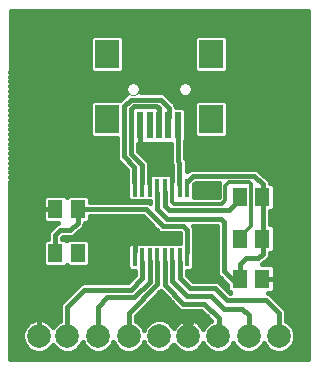
<source format=gtl>
G75*
%MOIN*%
%OFA0B0*%
%FSLAX25Y25*%
%IPPOS*%
%LPD*%
%AMOC8*
5,1,8,0,0,1.08239X$1,22.5*
%
%ADD10C,0.00400*%
%ADD11C,0.07874*%
%ADD12R,0.01713X0.05906*%
%ADD13R,0.05118X0.06299*%
%ADD14R,0.07874X0.09449*%
%ADD15R,0.01969X0.09087*%
%ADD16C,0.00000*%
%ADD17C,0.03569*%
%ADD18C,0.01600*%
%ADD19C,0.02978*%
%ADD20C,0.01200*%
D10*
X0009764Y0006829D02*
X0094741Y0006829D01*
X0098074Y0010164D01*
X0098074Y0070790D01*
X0092751Y0076113D01*
X0080307Y0076113D01*
X0077586Y0078834D01*
X0077586Y0109504D01*
X0069708Y0117382D01*
X0034797Y0117382D01*
X0026920Y0109502D01*
X0026920Y0078832D01*
X0024198Y0076111D01*
X0011754Y0076111D01*
X0006431Y0070788D01*
X0006431Y0010162D01*
X0009764Y0006829D01*
D11*
X0012224Y0013000D03*
X0021673Y0013000D03*
X0031909Y0013000D03*
X0042145Y0013000D03*
X0052381Y0013000D03*
X0062030Y0013000D03*
X0072066Y0013000D03*
X0082103Y0013000D03*
X0092206Y0013000D03*
D12*
X0061592Y0039366D03*
X0059096Y0039366D03*
X0056592Y0039366D03*
X0054096Y0039366D03*
X0051592Y0039366D03*
X0049096Y0039366D03*
X0046592Y0039366D03*
X0044096Y0039366D03*
X0044096Y0062472D03*
X0046592Y0062472D03*
X0049096Y0062472D03*
X0051592Y0062472D03*
X0054096Y0062472D03*
X0056592Y0062472D03*
X0059096Y0062472D03*
X0061592Y0062472D03*
D13*
X0079243Y0059356D03*
X0086723Y0059356D03*
X0086723Y0045435D03*
X0079243Y0045435D03*
X0079243Y0032099D03*
X0086723Y0032099D03*
X0025167Y0040745D03*
X0017687Y0040745D03*
X0017687Y0055275D03*
X0025167Y0055275D03*
D14*
X0034930Y0085476D03*
X0034930Y0107129D03*
X0069575Y0107129D03*
X0069575Y0085476D03*
D15*
X0058552Y0083255D03*
X0055402Y0083255D03*
X0052253Y0083255D03*
X0049103Y0083255D03*
X0045953Y0083255D03*
D16*
X0041622Y0095318D02*
X0041624Y0095406D01*
X0041630Y0095494D01*
X0041640Y0095582D01*
X0041654Y0095670D01*
X0041671Y0095756D01*
X0041693Y0095842D01*
X0041718Y0095926D01*
X0041748Y0096010D01*
X0041780Y0096092D01*
X0041817Y0096172D01*
X0041857Y0096251D01*
X0041901Y0096328D01*
X0041948Y0096403D01*
X0041998Y0096475D01*
X0042052Y0096546D01*
X0042108Y0096613D01*
X0042168Y0096679D01*
X0042230Y0096741D01*
X0042296Y0096801D01*
X0042363Y0096857D01*
X0042434Y0096911D01*
X0042506Y0096961D01*
X0042581Y0097008D01*
X0042658Y0097052D01*
X0042737Y0097092D01*
X0042817Y0097129D01*
X0042899Y0097161D01*
X0042983Y0097191D01*
X0043067Y0097216D01*
X0043153Y0097238D01*
X0043239Y0097255D01*
X0043327Y0097269D01*
X0043415Y0097279D01*
X0043503Y0097285D01*
X0043591Y0097287D01*
X0043679Y0097285D01*
X0043767Y0097279D01*
X0043855Y0097269D01*
X0043943Y0097255D01*
X0044029Y0097238D01*
X0044115Y0097216D01*
X0044199Y0097191D01*
X0044283Y0097161D01*
X0044365Y0097129D01*
X0044445Y0097092D01*
X0044524Y0097052D01*
X0044601Y0097008D01*
X0044676Y0096961D01*
X0044748Y0096911D01*
X0044819Y0096857D01*
X0044886Y0096801D01*
X0044952Y0096741D01*
X0045014Y0096679D01*
X0045074Y0096613D01*
X0045130Y0096546D01*
X0045184Y0096475D01*
X0045234Y0096403D01*
X0045281Y0096328D01*
X0045325Y0096251D01*
X0045365Y0096172D01*
X0045402Y0096092D01*
X0045434Y0096010D01*
X0045464Y0095926D01*
X0045489Y0095842D01*
X0045511Y0095756D01*
X0045528Y0095670D01*
X0045542Y0095582D01*
X0045552Y0095494D01*
X0045558Y0095406D01*
X0045560Y0095318D01*
X0045558Y0095230D01*
X0045552Y0095142D01*
X0045542Y0095054D01*
X0045528Y0094966D01*
X0045511Y0094880D01*
X0045489Y0094794D01*
X0045464Y0094710D01*
X0045434Y0094626D01*
X0045402Y0094544D01*
X0045365Y0094464D01*
X0045325Y0094385D01*
X0045281Y0094308D01*
X0045234Y0094233D01*
X0045184Y0094161D01*
X0045130Y0094090D01*
X0045074Y0094023D01*
X0045014Y0093957D01*
X0044952Y0093895D01*
X0044886Y0093835D01*
X0044819Y0093779D01*
X0044748Y0093725D01*
X0044676Y0093675D01*
X0044601Y0093628D01*
X0044524Y0093584D01*
X0044445Y0093544D01*
X0044365Y0093507D01*
X0044283Y0093475D01*
X0044199Y0093445D01*
X0044115Y0093420D01*
X0044029Y0093398D01*
X0043943Y0093381D01*
X0043855Y0093367D01*
X0043767Y0093357D01*
X0043679Y0093351D01*
X0043591Y0093349D01*
X0043503Y0093351D01*
X0043415Y0093357D01*
X0043327Y0093367D01*
X0043239Y0093381D01*
X0043153Y0093398D01*
X0043067Y0093420D01*
X0042983Y0093445D01*
X0042899Y0093475D01*
X0042817Y0093507D01*
X0042737Y0093544D01*
X0042658Y0093584D01*
X0042581Y0093628D01*
X0042506Y0093675D01*
X0042434Y0093725D01*
X0042363Y0093779D01*
X0042296Y0093835D01*
X0042230Y0093895D01*
X0042168Y0093957D01*
X0042108Y0094023D01*
X0042052Y0094090D01*
X0041998Y0094161D01*
X0041948Y0094233D01*
X0041901Y0094308D01*
X0041857Y0094385D01*
X0041817Y0094464D01*
X0041780Y0094544D01*
X0041748Y0094626D01*
X0041718Y0094710D01*
X0041693Y0094794D01*
X0041671Y0094880D01*
X0041654Y0094966D01*
X0041640Y0095054D01*
X0041630Y0095142D01*
X0041624Y0095230D01*
X0041622Y0095318D01*
X0058945Y0095318D02*
X0058947Y0095406D01*
X0058953Y0095494D01*
X0058963Y0095582D01*
X0058977Y0095670D01*
X0058994Y0095756D01*
X0059016Y0095842D01*
X0059041Y0095926D01*
X0059071Y0096010D01*
X0059103Y0096092D01*
X0059140Y0096172D01*
X0059180Y0096251D01*
X0059224Y0096328D01*
X0059271Y0096403D01*
X0059321Y0096475D01*
X0059375Y0096546D01*
X0059431Y0096613D01*
X0059491Y0096679D01*
X0059553Y0096741D01*
X0059619Y0096801D01*
X0059686Y0096857D01*
X0059757Y0096911D01*
X0059829Y0096961D01*
X0059904Y0097008D01*
X0059981Y0097052D01*
X0060060Y0097092D01*
X0060140Y0097129D01*
X0060222Y0097161D01*
X0060306Y0097191D01*
X0060390Y0097216D01*
X0060476Y0097238D01*
X0060562Y0097255D01*
X0060650Y0097269D01*
X0060738Y0097279D01*
X0060826Y0097285D01*
X0060914Y0097287D01*
X0061002Y0097285D01*
X0061090Y0097279D01*
X0061178Y0097269D01*
X0061266Y0097255D01*
X0061352Y0097238D01*
X0061438Y0097216D01*
X0061522Y0097191D01*
X0061606Y0097161D01*
X0061688Y0097129D01*
X0061768Y0097092D01*
X0061847Y0097052D01*
X0061924Y0097008D01*
X0061999Y0096961D01*
X0062071Y0096911D01*
X0062142Y0096857D01*
X0062209Y0096801D01*
X0062275Y0096741D01*
X0062337Y0096679D01*
X0062397Y0096613D01*
X0062453Y0096546D01*
X0062507Y0096475D01*
X0062557Y0096403D01*
X0062604Y0096328D01*
X0062648Y0096251D01*
X0062688Y0096172D01*
X0062725Y0096092D01*
X0062757Y0096010D01*
X0062787Y0095926D01*
X0062812Y0095842D01*
X0062834Y0095756D01*
X0062851Y0095670D01*
X0062865Y0095582D01*
X0062875Y0095494D01*
X0062881Y0095406D01*
X0062883Y0095318D01*
X0062881Y0095230D01*
X0062875Y0095142D01*
X0062865Y0095054D01*
X0062851Y0094966D01*
X0062834Y0094880D01*
X0062812Y0094794D01*
X0062787Y0094710D01*
X0062757Y0094626D01*
X0062725Y0094544D01*
X0062688Y0094464D01*
X0062648Y0094385D01*
X0062604Y0094308D01*
X0062557Y0094233D01*
X0062507Y0094161D01*
X0062453Y0094090D01*
X0062397Y0094023D01*
X0062337Y0093957D01*
X0062275Y0093895D01*
X0062209Y0093835D01*
X0062142Y0093779D01*
X0062071Y0093725D01*
X0061999Y0093675D01*
X0061924Y0093628D01*
X0061847Y0093584D01*
X0061768Y0093544D01*
X0061688Y0093507D01*
X0061606Y0093475D01*
X0061522Y0093445D01*
X0061438Y0093420D01*
X0061352Y0093398D01*
X0061266Y0093381D01*
X0061178Y0093367D01*
X0061090Y0093357D01*
X0061002Y0093351D01*
X0060914Y0093349D01*
X0060826Y0093351D01*
X0060738Y0093357D01*
X0060650Y0093367D01*
X0060562Y0093381D01*
X0060476Y0093398D01*
X0060390Y0093420D01*
X0060306Y0093445D01*
X0060222Y0093475D01*
X0060140Y0093507D01*
X0060060Y0093544D01*
X0059981Y0093584D01*
X0059904Y0093628D01*
X0059829Y0093675D01*
X0059757Y0093725D01*
X0059686Y0093779D01*
X0059619Y0093835D01*
X0059553Y0093895D01*
X0059491Y0093957D01*
X0059431Y0094023D01*
X0059375Y0094090D01*
X0059321Y0094161D01*
X0059271Y0094233D01*
X0059224Y0094308D01*
X0059180Y0094385D01*
X0059140Y0094464D01*
X0059103Y0094544D01*
X0059071Y0094626D01*
X0059041Y0094710D01*
X0059016Y0094794D01*
X0058994Y0094880D01*
X0058977Y0094966D01*
X0058963Y0095054D01*
X0058953Y0095142D01*
X0058947Y0095230D01*
X0058945Y0095318D01*
D17*
X0061792Y0012826D03*
D18*
X0002587Y0005421D02*
X0002795Y0121391D01*
X0102007Y0121391D01*
X0101800Y0016444D01*
X0101800Y0005421D01*
X0002587Y0005421D01*
X0002590Y0006781D02*
X0101800Y0006781D01*
X0101800Y0008379D02*
X0095416Y0008379D01*
X0095342Y0008306D02*
X0096900Y0009864D01*
X0097743Y0011899D01*
X0097743Y0014101D01*
X0096900Y0016136D01*
X0095342Y0017694D01*
X0094687Y0017965D01*
X0094687Y0021049D01*
X0094322Y0021931D01*
X0093647Y0022606D01*
X0089211Y0027042D01*
X0088468Y0027350D01*
X0089945Y0027350D01*
X0090882Y0028287D01*
X0090882Y0035912D01*
X0089945Y0036849D01*
X0086612Y0036849D01*
X0088142Y0038379D01*
X0088817Y0039054D01*
X0089182Y0039936D01*
X0089182Y0040685D01*
X0089945Y0040685D01*
X0090882Y0041622D01*
X0090882Y0049247D01*
X0089945Y0050184D01*
X0089265Y0050184D01*
X0089265Y0054606D01*
X0089945Y0054606D01*
X0090882Y0055544D01*
X0090882Y0063168D01*
X0089945Y0064105D01*
X0089261Y0064105D01*
X0088900Y0064977D01*
X0086084Y0067793D01*
X0085409Y0068468D01*
X0084527Y0068833D01*
X0062978Y0068833D01*
X0062096Y0068468D01*
X0061479Y0067852D01*
X0061479Y0071186D01*
X0061114Y0072068D01*
X0060969Y0072213D01*
X0060969Y0077882D01*
X0061136Y0078049D01*
X0061136Y0088462D01*
X0060199Y0089399D01*
X0057860Y0089399D01*
X0057863Y0089600D01*
X0057855Y0089621D01*
X0057855Y0089644D01*
X0057681Y0090065D01*
X0057514Y0090489D01*
X0057498Y0090505D01*
X0057490Y0090526D01*
X0057167Y0090848D01*
X0054940Y0093158D01*
X0054931Y0093179D01*
X0054609Y0093502D01*
X0054293Y0093829D01*
X0054272Y0093839D01*
X0054256Y0093855D01*
X0053835Y0094029D01*
X0053418Y0094211D01*
X0053395Y0094211D01*
X0053374Y0094220D01*
X0052918Y0094220D01*
X0052463Y0094228D01*
X0052442Y0094220D01*
X0046133Y0094220D01*
X0046360Y0094768D01*
X0046360Y0095869D01*
X0045938Y0096887D01*
X0045159Y0097665D01*
X0044142Y0098087D01*
X0043040Y0098087D01*
X0042023Y0097665D01*
X0041244Y0096887D01*
X0040823Y0095869D01*
X0040823Y0094768D01*
X0041244Y0093750D01*
X0041281Y0093713D01*
X0039368Y0091800D01*
X0030330Y0091800D01*
X0029393Y0090863D01*
X0029393Y0080089D01*
X0030330Y0079152D01*
X0038124Y0079152D01*
X0038124Y0072372D01*
X0038489Y0071490D01*
X0041688Y0068291D01*
X0041688Y0066137D01*
X0041640Y0066088D01*
X0041640Y0058857D01*
X0042577Y0057919D01*
X0049183Y0057919D01*
X0049183Y0057410D01*
X0048413Y0057729D01*
X0029326Y0057729D01*
X0029326Y0059087D01*
X0028389Y0060025D01*
X0021946Y0060025D01*
X0021427Y0059506D01*
X0020909Y0060025D01*
X0014465Y0060025D01*
X0013528Y0059087D01*
X0013528Y0051463D01*
X0014465Y0050525D01*
X0018544Y0050525D01*
X0017956Y0050282D01*
X0016272Y0048598D01*
X0015597Y0047923D01*
X0015232Y0047041D01*
X0015232Y0045495D01*
X0014465Y0045495D01*
X0013528Y0044558D01*
X0013528Y0036933D01*
X0014465Y0035996D01*
X0020909Y0035996D01*
X0021427Y0036514D01*
X0021946Y0035996D01*
X0028389Y0035996D01*
X0029326Y0036933D01*
X0029326Y0044558D01*
X0028389Y0045495D01*
X0021946Y0045495D01*
X0021427Y0044977D01*
X0020909Y0045495D01*
X0020032Y0045495D01*
X0020032Y0045570D01*
X0020309Y0045847D01*
X0023126Y0045847D01*
X0024008Y0046212D01*
X0024683Y0046887D01*
X0027158Y0049362D01*
X0027523Y0050245D01*
X0027523Y0050525D01*
X0028389Y0050525D01*
X0029326Y0051463D01*
X0029326Y0052929D01*
X0046941Y0052929D01*
X0052069Y0047802D01*
X0052951Y0047436D01*
X0059144Y0047436D01*
X0059259Y0047321D01*
X0059259Y0043919D01*
X0042577Y0043919D01*
X0041640Y0042982D01*
X0041640Y0035751D01*
X0042577Y0034814D01*
X0044229Y0034814D01*
X0044229Y0033229D01*
X0041864Y0030864D01*
X0026917Y0030864D01*
X0026034Y0030498D01*
X0019643Y0024107D01*
X0019278Y0023225D01*
X0019278Y0018001D01*
X0018536Y0017694D01*
X0016979Y0016136D01*
X0016948Y0016063D01*
X0016918Y0016136D01*
X0015360Y0017694D01*
X0013325Y0018537D01*
X0011123Y0018537D01*
X0009087Y0017694D01*
X0007530Y0016136D01*
X0006687Y0014101D01*
X0006687Y0011899D01*
X0007530Y0009864D01*
X0009087Y0008306D01*
X0011123Y0007463D01*
X0013325Y0007463D01*
X0015360Y0008306D01*
X0016918Y0009864D01*
X0016948Y0009937D01*
X0016979Y0009864D01*
X0018536Y0008306D01*
X0020571Y0007463D01*
X0022774Y0007463D01*
X0024809Y0008306D01*
X0026367Y0009864D01*
X0026791Y0010887D01*
X0027215Y0009864D01*
X0028772Y0008306D01*
X0030808Y0007463D01*
X0033010Y0007463D01*
X0035045Y0008306D01*
X0036603Y0009864D01*
X0037027Y0010887D01*
X0037451Y0009864D01*
X0039009Y0008306D01*
X0041044Y0007463D01*
X0043247Y0007463D01*
X0045282Y0008306D01*
X0046839Y0009864D01*
X0047263Y0010887D01*
X0047687Y0009864D01*
X0049245Y0008306D01*
X0051280Y0007463D01*
X0053483Y0007463D01*
X0055518Y0008306D01*
X0057075Y0009864D01*
X0057206Y0010178D01*
X0057336Y0009864D01*
X0058894Y0008306D01*
X0060929Y0007463D01*
X0063131Y0007463D01*
X0065167Y0008306D01*
X0066724Y0009864D01*
X0067048Y0010646D01*
X0067372Y0009864D01*
X0068930Y0008306D01*
X0070965Y0007463D01*
X0073168Y0007463D01*
X0075203Y0008306D01*
X0076760Y0009864D01*
X0077085Y0010646D01*
X0077409Y0009864D01*
X0078966Y0008306D01*
X0081001Y0007463D01*
X0083204Y0007463D01*
X0085239Y0008306D01*
X0086797Y0009864D01*
X0087154Y0010727D01*
X0087512Y0009864D01*
X0089069Y0008306D01*
X0091105Y0007463D01*
X0093307Y0007463D01*
X0095342Y0008306D01*
X0096947Y0009978D02*
X0101800Y0009978D01*
X0101800Y0011576D02*
X0097609Y0011576D01*
X0097743Y0013175D02*
X0101800Y0013175D01*
X0101800Y0014773D02*
X0097465Y0014773D01*
X0096665Y0016372D02*
X0101800Y0016372D01*
X0101803Y0017970D02*
X0094687Y0017970D01*
X0094687Y0019569D02*
X0101806Y0019569D01*
X0101809Y0021167D02*
X0094638Y0021167D01*
X0093487Y0022766D02*
X0101812Y0022766D01*
X0101816Y0024364D02*
X0091888Y0024364D01*
X0090290Y0025963D02*
X0101819Y0025963D01*
X0101822Y0027561D02*
X0090157Y0027561D01*
X0090882Y0029160D02*
X0101825Y0029160D01*
X0101828Y0030758D02*
X0090882Y0030758D01*
X0090980Y0032116D02*
X0086649Y0032116D01*
X0090882Y0032357D02*
X0101831Y0032357D01*
X0101835Y0033956D02*
X0090882Y0033956D01*
X0090882Y0035554D02*
X0101838Y0035554D01*
X0101841Y0037153D02*
X0086916Y0037153D01*
X0088514Y0038751D02*
X0101844Y0038751D01*
X0101847Y0040350D02*
X0089182Y0040350D01*
X0090882Y0041948D02*
X0101850Y0041948D01*
X0101854Y0043547D02*
X0090882Y0043547D01*
X0090882Y0045145D02*
X0101857Y0045145D01*
X0101860Y0046744D02*
X0090882Y0046744D01*
X0090882Y0048342D02*
X0101863Y0048342D01*
X0101866Y0049941D02*
X0090189Y0049941D01*
X0089265Y0051539D02*
X0101869Y0051539D01*
X0101872Y0053138D02*
X0089265Y0053138D01*
X0090075Y0054736D02*
X0101876Y0054736D01*
X0101879Y0056335D02*
X0090882Y0056335D01*
X0090882Y0057933D02*
X0101882Y0057933D01*
X0101885Y0059532D02*
X0090882Y0059532D01*
X0090882Y0061130D02*
X0101888Y0061130D01*
X0101891Y0062729D02*
X0090882Y0062729D01*
X0089169Y0064327D02*
X0101895Y0064327D01*
X0101898Y0065926D02*
X0087951Y0065926D01*
X0086353Y0067524D02*
X0101901Y0067524D01*
X0101904Y0069123D02*
X0061479Y0069123D01*
X0061479Y0070721D02*
X0101907Y0070721D01*
X0101910Y0072320D02*
X0060969Y0072320D01*
X0060969Y0073918D02*
X0101913Y0073918D01*
X0101917Y0075517D02*
X0060969Y0075517D01*
X0060969Y0077115D02*
X0101920Y0077115D01*
X0101923Y0078714D02*
X0061136Y0078714D01*
X0061136Y0080312D02*
X0064038Y0080312D01*
X0064038Y0080089D02*
X0064976Y0079152D01*
X0074175Y0079152D01*
X0075112Y0080089D01*
X0075112Y0090863D01*
X0074175Y0091800D01*
X0064976Y0091800D01*
X0064038Y0090863D01*
X0064038Y0080089D01*
X0064038Y0081911D02*
X0061136Y0081911D01*
X0061136Y0083509D02*
X0064038Y0083509D01*
X0064038Y0085108D02*
X0061136Y0085108D01*
X0061136Y0086706D02*
X0064038Y0086706D01*
X0064038Y0088305D02*
X0061136Y0088305D01*
X0064038Y0089903D02*
X0057747Y0089903D01*
X0056537Y0091502D02*
X0064677Y0091502D01*
X0062482Y0092971D02*
X0063261Y0093750D01*
X0063683Y0094768D01*
X0063683Y0095869D01*
X0063261Y0096887D01*
X0062482Y0097665D01*
X0061465Y0098087D01*
X0060363Y0098087D01*
X0059346Y0097665D01*
X0058567Y0096887D01*
X0058146Y0095869D01*
X0058146Y0094768D01*
X0058567Y0093750D01*
X0059346Y0092971D01*
X0060363Y0092550D01*
X0061465Y0092550D01*
X0062482Y0092971D01*
X0062611Y0093100D02*
X0101951Y0093100D01*
X0101954Y0094699D02*
X0063654Y0094699D01*
X0063505Y0096297D02*
X0101958Y0096297D01*
X0101961Y0097896D02*
X0061926Y0097896D01*
X0059902Y0097896D02*
X0044603Y0097896D01*
X0046182Y0096297D02*
X0058323Y0096297D01*
X0058174Y0094699D02*
X0046331Y0094699D01*
X0042781Y0091820D02*
X0040524Y0089563D01*
X0040524Y0072849D01*
X0044088Y0069285D01*
X0044088Y0064334D01*
X0041640Y0064327D02*
X0002693Y0064327D01*
X0002690Y0062729D02*
X0041640Y0062729D01*
X0041640Y0061130D02*
X0002687Y0061130D01*
X0002684Y0059532D02*
X0013972Y0059532D01*
X0013528Y0057933D02*
X0002681Y0057933D01*
X0002678Y0056335D02*
X0013528Y0056335D01*
X0012967Y0055262D02*
X0017413Y0055262D01*
X0013528Y0054736D02*
X0002675Y0054736D01*
X0002673Y0053138D02*
X0013528Y0053138D01*
X0013528Y0051539D02*
X0002670Y0051539D01*
X0002667Y0049941D02*
X0017615Y0049941D01*
X0016016Y0048342D02*
X0002664Y0048342D01*
X0002661Y0046744D02*
X0015232Y0046744D01*
X0014115Y0045145D02*
X0002658Y0045145D01*
X0002655Y0043547D02*
X0013528Y0043547D01*
X0013528Y0041948D02*
X0002653Y0041948D01*
X0002650Y0040350D02*
X0013528Y0040350D01*
X0013528Y0038751D02*
X0002647Y0038751D01*
X0002644Y0037153D02*
X0013528Y0037153D01*
X0017632Y0042043D02*
X0017632Y0046564D01*
X0019315Y0048247D01*
X0022648Y0048247D01*
X0025123Y0050722D01*
X0025123Y0055012D01*
X0025227Y0055329D02*
X0047935Y0055329D01*
X0053428Y0049836D01*
X0060138Y0049836D01*
X0061659Y0048315D01*
X0061659Y0040996D01*
X0064048Y0040492D02*
X0064059Y0040518D01*
X0064059Y0048792D01*
X0063694Y0049674D01*
X0063590Y0049778D01*
X0071635Y0049778D01*
X0071635Y0034061D01*
X0072001Y0033179D01*
X0075084Y0030096D01*
X0075084Y0028287D01*
X0075964Y0027407D01*
X0075895Y0027407D01*
X0072419Y0030883D01*
X0071537Y0031249D01*
X0063657Y0031249D01*
X0061538Y0033368D01*
X0061538Y0034814D01*
X0063111Y0034814D01*
X0064048Y0035751D01*
X0064048Y0040492D01*
X0064048Y0040350D02*
X0071635Y0040350D01*
X0071635Y0041948D02*
X0064059Y0041948D01*
X0064059Y0043547D02*
X0071635Y0043547D01*
X0071635Y0045145D02*
X0064059Y0045145D01*
X0064059Y0046744D02*
X0071635Y0046744D01*
X0071635Y0048342D02*
X0064059Y0048342D01*
X0059259Y0046744D02*
X0024539Y0046744D01*
X0026138Y0048342D02*
X0051528Y0048342D01*
X0049930Y0049941D02*
X0027398Y0049941D01*
X0029326Y0051539D02*
X0048331Y0051539D01*
X0051583Y0055506D02*
X0054910Y0052178D01*
X0072775Y0052178D01*
X0074035Y0050918D01*
X0074035Y0034538D01*
X0077350Y0031224D01*
X0079376Y0032770D02*
X0079376Y0036928D01*
X0081317Y0038869D01*
X0085238Y0038869D01*
X0086782Y0040413D01*
X0086782Y0043265D01*
X0086865Y0043378D02*
X0086865Y0063618D01*
X0084050Y0066433D01*
X0063455Y0066433D01*
X0061792Y0064770D01*
X0059079Y0063595D02*
X0059079Y0070708D01*
X0058569Y0071219D01*
X0058569Y0080301D01*
X0056169Y0077112D02*
X0056169Y0070741D01*
X0056534Y0069859D01*
X0056679Y0069714D01*
X0056679Y0067025D01*
X0048944Y0067025D01*
X0048944Y0070020D01*
X0048951Y0070479D01*
X0048944Y0070496D01*
X0048944Y0070515D01*
X0048768Y0070940D01*
X0048598Y0071367D01*
X0048586Y0071380D01*
X0048579Y0071397D01*
X0048253Y0071722D01*
X0045264Y0074801D01*
X0045264Y0077112D01*
X0056169Y0077112D01*
X0056169Y0075517D02*
X0045264Y0075517D01*
X0045948Y0074250D02*
X0049083Y0071115D01*
X0049083Y0063954D01*
X0046544Y0063978D02*
X0046544Y0070037D01*
X0042864Y0073827D01*
X0042864Y0088679D01*
X0044009Y0089577D01*
X0051415Y0089577D01*
X0052326Y0088968D01*
X0052326Y0086751D01*
X0055455Y0086157D02*
X0055455Y0089166D01*
X0052897Y0091820D01*
X0042781Y0091820D01*
X0040668Y0093100D02*
X0002744Y0093100D01*
X0002747Y0094699D02*
X0040851Y0094699D01*
X0041000Y0096297D02*
X0002750Y0096297D01*
X0002753Y0097896D02*
X0042579Y0097896D01*
X0039530Y0100805D02*
X0040467Y0101742D01*
X0040467Y0112517D01*
X0039530Y0113454D01*
X0030330Y0113454D01*
X0029393Y0112517D01*
X0029393Y0101742D01*
X0030330Y0100805D01*
X0039530Y0100805D01*
X0039817Y0101093D02*
X0064688Y0101093D01*
X0064976Y0100805D02*
X0074175Y0100805D01*
X0075112Y0101742D01*
X0075112Y0112517D01*
X0074175Y0113454D01*
X0064976Y0113454D01*
X0064038Y0112517D01*
X0064038Y0101742D01*
X0064976Y0100805D01*
X0064038Y0102691D02*
X0040467Y0102691D01*
X0040467Y0104290D02*
X0064038Y0104290D01*
X0064038Y0105889D02*
X0040467Y0105889D01*
X0040467Y0107487D02*
X0064038Y0107487D01*
X0064038Y0109086D02*
X0040467Y0109086D01*
X0040467Y0110684D02*
X0064038Y0110684D01*
X0064038Y0112283D02*
X0040467Y0112283D01*
X0029393Y0112283D02*
X0002778Y0112283D01*
X0002781Y0113881D02*
X0101992Y0113881D01*
X0101989Y0112283D02*
X0075112Y0112283D01*
X0075112Y0110684D02*
X0101986Y0110684D01*
X0101983Y0109086D02*
X0075112Y0109086D01*
X0075112Y0107487D02*
X0101980Y0107487D01*
X0101977Y0105889D02*
X0075112Y0105889D01*
X0075112Y0104290D02*
X0101973Y0104290D01*
X0101970Y0102691D02*
X0075112Y0102691D01*
X0074463Y0101093D02*
X0101967Y0101093D01*
X0101964Y0099494D02*
X0002755Y0099494D01*
X0002758Y0101093D02*
X0030042Y0101093D01*
X0029393Y0102691D02*
X0002761Y0102691D01*
X0002764Y0104290D02*
X0029393Y0104290D01*
X0029393Y0105889D02*
X0002767Y0105889D01*
X0002770Y0107487D02*
X0029393Y0107487D01*
X0029393Y0109086D02*
X0002773Y0109086D01*
X0002775Y0110684D02*
X0029393Y0110684D01*
X0030032Y0091502D02*
X0002741Y0091502D01*
X0002738Y0089903D02*
X0029393Y0089903D01*
X0029393Y0088305D02*
X0002735Y0088305D01*
X0002733Y0086706D02*
X0029393Y0086706D01*
X0029393Y0085108D02*
X0002730Y0085108D01*
X0002727Y0083509D02*
X0029393Y0083509D01*
X0029393Y0081911D02*
X0002724Y0081911D01*
X0002721Y0080312D02*
X0029393Y0080312D01*
X0038124Y0078714D02*
X0002718Y0078714D01*
X0002715Y0077115D02*
X0038124Y0077115D01*
X0038124Y0075517D02*
X0002713Y0075517D01*
X0002710Y0073918D02*
X0038124Y0073918D01*
X0038146Y0072320D02*
X0002707Y0072320D01*
X0002704Y0070721D02*
X0039258Y0070721D01*
X0040857Y0069123D02*
X0002701Y0069123D01*
X0002698Y0067524D02*
X0041688Y0067524D01*
X0041640Y0065926D02*
X0002695Y0065926D01*
X0021402Y0059532D02*
X0021453Y0059532D01*
X0028882Y0059532D02*
X0041640Y0059532D01*
X0042563Y0057933D02*
X0029326Y0057933D01*
X0028739Y0045145D02*
X0059259Y0045145D01*
X0064048Y0038751D02*
X0071635Y0038751D01*
X0071635Y0037153D02*
X0064048Y0037153D01*
X0063851Y0035554D02*
X0071635Y0035554D01*
X0071679Y0033956D02*
X0061538Y0033956D01*
X0062549Y0032357D02*
X0072823Y0032357D01*
X0072544Y0030758D02*
X0074421Y0030758D01*
X0074142Y0029160D02*
X0075084Y0029160D01*
X0075741Y0027561D02*
X0075809Y0027561D01*
X0074901Y0025007D02*
X0087852Y0025007D01*
X0092287Y0020571D01*
X0092287Y0013324D01*
X0087465Y0009978D02*
X0086844Y0009978D01*
X0085313Y0008379D02*
X0088996Y0008379D01*
X0082188Y0013086D02*
X0082188Y0019898D01*
X0080050Y0022037D01*
X0073792Y0022037D01*
X0069435Y0026393D01*
X0061475Y0026393D01*
X0056643Y0031225D01*
X0056643Y0037918D01*
X0059138Y0037839D02*
X0059138Y0032373D01*
X0062663Y0028849D01*
X0071059Y0028849D01*
X0074901Y0025007D01*
X0072097Y0019016D02*
X0072097Y0013001D01*
X0067048Y0015354D02*
X0066724Y0016136D01*
X0065167Y0017694D01*
X0063131Y0018537D01*
X0060929Y0018537D01*
X0058894Y0017694D01*
X0057336Y0016136D01*
X0057206Y0015822D01*
X0057075Y0016136D01*
X0055518Y0017694D01*
X0053483Y0018537D01*
X0051280Y0018537D01*
X0049245Y0017694D01*
X0047687Y0016136D01*
X0047263Y0015113D01*
X0046839Y0016136D01*
X0045282Y0017694D01*
X0044615Y0017970D01*
X0044615Y0019662D01*
X0052807Y0027999D01*
X0058386Y0022420D01*
X0059061Y0021745D01*
X0059944Y0021379D01*
X0066340Y0021379D01*
X0069697Y0018022D01*
X0069697Y0018012D01*
X0068930Y0017694D01*
X0067372Y0016136D01*
X0067048Y0015354D01*
X0066489Y0016372D02*
X0067608Y0016372D01*
X0069597Y0017970D02*
X0064499Y0017970D01*
X0062966Y0017697D02*
X0061887Y0014159D01*
X0061844Y0014375D02*
X0060593Y0017826D01*
X0059561Y0017970D02*
X0054851Y0017970D01*
X0056840Y0016372D02*
X0057572Y0016372D01*
X0061972Y0014892D02*
X0061992Y0017938D01*
X0066552Y0021167D02*
X0046094Y0021167D01*
X0047665Y0022766D02*
X0058040Y0022766D01*
X0056442Y0024364D02*
X0049236Y0024364D01*
X0050807Y0025963D02*
X0054843Y0025963D01*
X0053245Y0027561D02*
X0052377Y0027561D01*
X0051621Y0030215D02*
X0042215Y0020644D01*
X0042215Y0013190D01*
X0046604Y0016372D02*
X0047923Y0016372D01*
X0049912Y0017970D02*
X0044615Y0017970D01*
X0044615Y0019569D02*
X0068150Y0019569D01*
X0072097Y0019016D02*
X0067334Y0023779D01*
X0060421Y0023779D01*
X0054097Y0030103D01*
X0054097Y0037695D01*
X0051621Y0037790D02*
X0051621Y0030215D01*
X0049170Y0031169D02*
X0043923Y0026002D01*
X0035076Y0025990D01*
X0031903Y0022817D01*
X0031903Y0012892D01*
X0027168Y0009978D02*
X0026414Y0009978D01*
X0024883Y0008379D02*
X0028699Y0008379D01*
X0035119Y0008379D02*
X0038935Y0008379D01*
X0037404Y0009978D02*
X0036650Y0009978D01*
X0045355Y0008379D02*
X0049172Y0008379D01*
X0047640Y0009978D02*
X0046887Y0009978D01*
X0055591Y0008379D02*
X0058820Y0008379D01*
X0057289Y0009978D02*
X0057123Y0009978D01*
X0065240Y0008379D02*
X0068857Y0008379D01*
X0067325Y0009978D02*
X0066771Y0009978D01*
X0075276Y0008379D02*
X0078893Y0008379D01*
X0077361Y0009978D02*
X0076808Y0009978D01*
X0049170Y0031169D02*
X0049170Y0037933D01*
X0046629Y0037569D02*
X0046629Y0032235D01*
X0042858Y0028464D01*
X0027394Y0028464D01*
X0021678Y0022747D01*
X0021678Y0012905D01*
X0017214Y0016372D02*
X0016683Y0016372D01*
X0014693Y0017970D02*
X0019203Y0017970D01*
X0019278Y0019569D02*
X0002613Y0019569D01*
X0002610Y0017970D02*
X0009755Y0017970D01*
X0007765Y0016372D02*
X0002607Y0016372D01*
X0002604Y0014773D02*
X0006965Y0014773D01*
X0006687Y0013175D02*
X0002601Y0013175D01*
X0002598Y0011576D02*
X0006820Y0011576D01*
X0007483Y0009978D02*
X0002596Y0009978D01*
X0002593Y0008379D02*
X0009014Y0008379D01*
X0012331Y0012848D02*
X0012331Y0021640D01*
X0019278Y0021167D02*
X0002616Y0021167D01*
X0002618Y0022766D02*
X0019278Y0022766D01*
X0019901Y0024364D02*
X0002621Y0024364D01*
X0002624Y0025963D02*
X0021499Y0025963D01*
X0023098Y0027561D02*
X0002627Y0027561D01*
X0002630Y0029160D02*
X0024696Y0029160D01*
X0026663Y0030758D02*
X0002633Y0030758D01*
X0002636Y0032357D02*
X0043357Y0032357D01*
X0044229Y0033956D02*
X0002638Y0033956D01*
X0002641Y0035554D02*
X0041836Y0035554D01*
X0041640Y0037153D02*
X0029326Y0037153D01*
X0029326Y0038751D02*
X0041640Y0038751D01*
X0041640Y0040350D02*
X0029326Y0040350D01*
X0029326Y0041948D02*
X0041640Y0041948D01*
X0044121Y0041495D02*
X0044121Y0044206D01*
X0042204Y0043547D02*
X0029326Y0043547D01*
X0021596Y0045145D02*
X0021259Y0045145D01*
X0048944Y0067524D02*
X0056679Y0067524D01*
X0056611Y0068856D02*
X0050773Y0074694D01*
X0046969Y0074694D01*
X0045948Y0074250D02*
X0045948Y0080024D01*
X0046121Y0073918D02*
X0056169Y0073918D01*
X0056169Y0072320D02*
X0047673Y0072320D01*
X0048858Y0070721D02*
X0056177Y0070721D01*
X0056679Y0069123D02*
X0048944Y0069123D01*
X0056611Y0068856D02*
X0056611Y0064711D01*
X0054100Y0060863D02*
X0054100Y0056491D01*
X0055669Y0054922D01*
X0075494Y0054922D01*
X0077443Y0056871D01*
X0072200Y0059356D02*
X0064048Y0059356D01*
X0064048Y0063632D01*
X0064449Y0064033D01*
X0072225Y0064033D01*
X0072200Y0064008D01*
X0072200Y0059356D01*
X0072200Y0059532D02*
X0064048Y0059532D01*
X0064048Y0061130D02*
X0072200Y0061130D01*
X0072200Y0062729D02*
X0064048Y0062729D01*
X0051583Y0060731D02*
X0051583Y0055506D01*
X0075112Y0080312D02*
X0101926Y0080312D01*
X0101929Y0081911D02*
X0075112Y0081911D01*
X0075112Y0083509D02*
X0101932Y0083509D01*
X0101936Y0085108D02*
X0075112Y0085108D01*
X0075112Y0086706D02*
X0101939Y0086706D01*
X0101942Y0088305D02*
X0075112Y0088305D01*
X0075112Y0089903D02*
X0101945Y0089903D01*
X0101948Y0091502D02*
X0074474Y0091502D01*
X0059217Y0093100D02*
X0054996Y0093100D01*
X0101996Y0115480D02*
X0002784Y0115480D01*
X0002787Y0117078D02*
X0101999Y0117078D01*
X0102002Y0118677D02*
X0002790Y0118677D01*
X0002793Y0120275D02*
X0102005Y0120275D01*
X0018463Y0008379D02*
X0015434Y0008379D01*
D19*
X0052370Y0012950D03*
X0056902Y0020578D03*
X0067190Y0035181D03*
X0068041Y0062014D03*
X0071233Y0074911D03*
X0046972Y0074698D03*
X0021164Y0068494D03*
X0030184Y0043938D03*
X0024986Y0040704D03*
X0052509Y0103563D03*
D20*
X0075589Y0064285D02*
X0082244Y0064285D01*
X0082957Y0063572D01*
X0082957Y0049646D01*
X0081293Y0047982D01*
X0073212Y0057156D02*
X0074400Y0058344D01*
X0074400Y0063097D01*
X0075589Y0064285D01*
X0073212Y0057156D02*
X0057190Y0057156D01*
X0056525Y0057821D01*
X0056525Y0061433D01*
M02*

</source>
